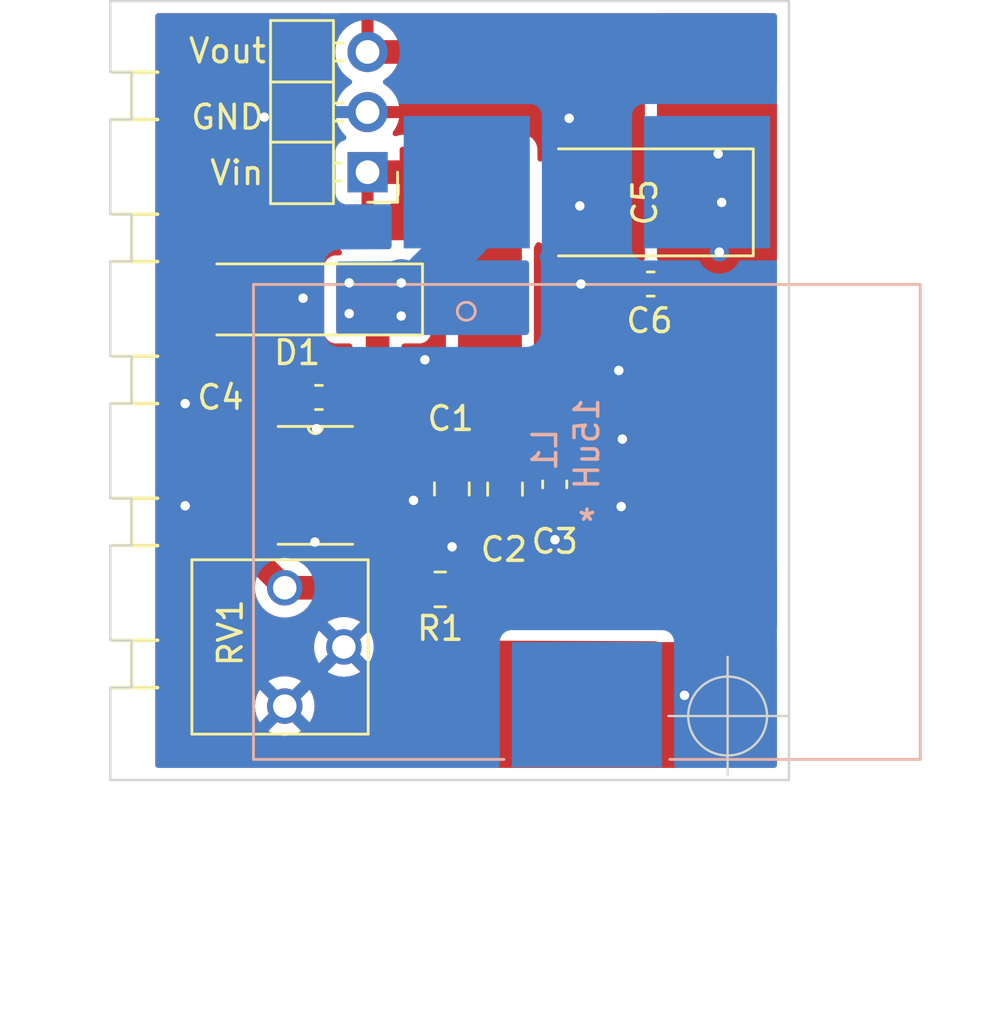
<source format=kicad_pcb>
(kicad_pcb (version 20211014) (generator pcbnew)
  (title_block (title "5V Reg") (date "2022-05-22") (rev "1.2"))
  (layers (0 "F.Cu" signal) (31 "B.Cu" signal) (34 "B.Paste" user) (35 "F.Paste" user) (36 "B.SilkS" user "B.Silkscreen") (37 "F.SilkS" user "F.Silkscreen") (38 "B.Mask" user) (39 "F.Mask" user) (44 "Edge.Cuts" user))
  (net 0 "")
  (net 1 "Boot")
  (net 4 "Vsense")
  (net 6 "GND")
  (net 7 "Vin")
  (net 8 "PH")
  (net 9 "Vout")
  (footprint "Capacitor_Tantalum_SMD:CP_EIA-7343-15_Kemet-W_Pad2.25x2.55mm_HandSolder" (layer "F.Cu") (at 150.5 80.4 180)
    (fp_text reference "C5" (at 0 0 90) (layer "F.SilkS"))
    (fp_text value "330uF" hide)
    (fp_line (start -4.585 -2.26) (end -4.585 2.26) (layer "F.SilkS") (width 0.12))
    (fp_line (start -4.585 2.26) (end 3.65 2.26) (layer "F.SilkS") (width 0.12))
    (fp_line (start 3.65 -2.26) (end -4.585 -2.26) (layer "F.SilkS") (width 0.12))
    (pad "1" smd roundrect (at -3.2 0 180) (size 2.25 2.55) (layers "F.Cu" "F.Paste" "F.Mask") (roundrect_rratio 0.1111111111) (net 9 "Vout"))
    (pad "2" smd roundrect (at 3.2 0 180) (size 2.25 2.55) (layers "F.Cu" "F.Paste" "F.Mask") (roundrect_rratio 0.1111111111) (net 6 "GND"))
  )
  (footprint "Capacitor_SMD:C_0603_1608Metric_Pad1.08x0.95mm_HandSolder" (layer "F.Cu") (at 150.75 83.85 180)
    (fp_text reference "C6" (at 0.05 -1.55) (layer "F.SilkS"))
    (fp_text value ".01uF" hide)
    (fp_line (start -0.146267 0.51) (end 0.146267 0.51) (layer "F.SilkS") (width 0.12))
    (fp_line (start -0.146267 -0.51) (end 0.146267 -0.51) (layer "F.SilkS") (width 0.12))
    (pad "1" smd roundrect (at -0.8625 0 180) (size 1.075 0.95) (layers "F.Cu" "F.Paste" "F.Mask") (net 9 "Vout"))
    (pad "2" smd roundrect (at 0.8625 0 180) (size 1.075 0.95) (layers "F.Cu" "F.Paste" "F.Mask") (net 6 "GND"))
  )
  (footprint "VReg:TPS5450DDAR" (layer "F.Cu") (at 136.56775 92.3545)
    (fp_text reference "U1" hide)
    (fp_text value "TPS5450DDAR" hide)
    (fp_line (start 1.576853 -2.4892) (end -1.576853 -2.4892) (layer "F.SilkS") (width 0.12))
    (fp_line (start -1.576853 2.4892) (end 1.576853 2.4892) (layer "F.SilkS") (width 0.12))
    (fp_arc (start 0.3048 -2.4892) (mid 0 -2.1844) (end -0.3048 -2.4892) (layer "F.SilkS") (width 0.12))
    (pad "1" smd rect (at -2.5654 -1.905) (size 1.778 0.5334) (layers "F.Cu" "F.Paste" "F.Mask") (net 1 "Boot"))
    (pad "2" smd rect (at -2.5654 -0.635) (size 1.778 0.5334) (layers "F.Cu" "F.Paste" "F.Mask"))
    (pad "3" smd rect (at -2.5654 0.635) (size 1.778 0.5334) (layers "F.Cu" "F.Paste" "F.Mask"))
    (pad "4" smd rect (at -2.5654 1.905) (size 1.778 0.5334) (layers "F.Cu" "F.Paste" "F.Mask") (net 4 "Vsense"))
    (pad "5" smd rect (at 2.5654 1.905) (size 1.778 0.5334) (layers "F.Cu" "F.Paste" "F.Mask"))
    (pad "6" smd rect (at 2.5654 0.635) (size 1.778 0.5334) (layers "F.Cu" "F.Paste" "F.Mask") (net 6 "GND"))
    (pad "7" smd rect (at 2.5654 -0.635) (size 1.778 0.5334) (layers "F.Cu" "F.Paste" "F.Mask") (net 7 "Vin"))
    (pad "8" smd rect (at 2.5654 -1.905) (size 1.778 0.5334) (layers "F.Cu" "F.Paste" "F.Mask") (net 8 "PH"))
    (pad "EPAD" smd rect (at 0 0) (size 2.4 3.099999) (layers "F.Cu" "F.Mask") (net 6 "GND"))
  )
  (footprint "Capacitor_SMD:C_0805_2012Metric_Pad1.18x1.45mm_HandSolder" (layer "F.Cu") (at 144.59 92.514 -90)
    (fp_text reference "C2" (at 2.55 0.05 180) (layer "F.SilkS"))
    (fp_text value "4.7uF" hide)
    (fp_line (start -0.261252 0.735) (end 0.261252 0.735) (layer "F.SilkS") (width 0.12))
    (fp_line (start -0.261252 -0.735) (end 0.261252 -0.735) (layer "F.SilkS") (width 0.12))
    (pad "1" smd roundrect (at -1.0375 0 270) (size 1.175 1.45) (layers "F.Cu" "F.Paste" "F.Mask") (roundrect_rratio 0.2127659574) (net 7 "Vin"))
    (pad "2" smd roundrect (at 1.0375 0 270) (size 1.175 1.45) (layers "F.Cu" "F.Paste" "F.Mask") (roundrect_rratio 0.2127659574) (net 6 "GND"))
  )
  (footprint "Resistor_SMD:R_0805_2012Metric_Pad1.20x1.40mm_HandSolder" (layer "F.Cu") (at 141.85 96.75 180)
    (fp_text reference "R1" (at 0 -1.65) (layer "F.SilkS"))
    (fp_text value "10K" hide)
    (fp_line (start -0.227064 -0.735) (end 0.227064 -0.735) (layer "F.SilkS") (width 0.12))
    (fp_line (start -0.227064 0.735) (end 0.227064 0.735) (layer "F.SilkS") (width 0.12))
    (pad "1" smd roundrect (at -1 0 180) (size 1.2 1.4) (layers "F.Cu" "F.Paste" "F.Mask") (roundrect_rratio 0.2083333333) (net 9 "Vout"))
    (pad "2" smd roundrect (at 1 0 180) (size 1.2 1.4) (layers "F.Cu" "F.Paste" "F.Mask") (roundrect_rratio 0.2083333333) (net 4 "Vsense"))
  )
  (footprint "Capacitor_SMD:C_0603_1608Metric_Pad1.08x0.95mm_HandSolder" (layer "F.Cu") (at 136.72 88.64)
    (fp_text reference "C4" (at -4.162 0) (layer "F.SilkS"))
    (fp_text value ".01uF" hide)
    (fp_line (start -0.146267 -0.51) (end 0.146267 -0.51) (layer "F.SilkS") (width 0.12))
    (fp_line (start -0.146267 0.51) (end 0.146267 0.51) (layer "F.SilkS") (width 0.12))
    (pad "1" smd roundrect (at -0.8625 0) (size 1.075 0.95) (layers "F.Cu" "F.Paste" "F.Mask") (net 1 "Boot"))
    (pad "2" smd roundrect (at 0.8625 0) (size 1.075 0.95) (layers "F.Cu" "F.Paste" "F.Mask") (net 8 "PH"))
  )
  (footprint "Diode_SMD:D_MELF_Handsoldering" (layer "F.Cu") (at 135.8 84.5 180)
    (fp_text reference "D1" (at 0 -2.25 180) (layer "F.SilkS"))
    (fp_text value "B540C")
    (fp_line (start -5.3 1.5) (end 3.4 1.5) (layer "F.SilkS") (width 0.12))
    (fp_line (start 3.4 -1.5) (end -5.3 -1.5) (layer "F.SilkS") (width 0.12))
    (fp_line (start -5.3 -1.5) (end -5.3 1.5) (layer "F.SilkS") (width 0.12))
    (pad "1" smd rect (at -3.4 0 180) (size 3.5 2.7) (layers "F.Cu" "F.Paste" "F.Mask") (net 8 "PH"))
    (pad "2" smd rect (at 3.4 0 180) (size 3.5 2.7) (layers "F.Cu" "F.Paste" "F.Mask") (net 6 "GND"))
  )
  (footprint "Potentiometer_Imported:GF063P1" (layer "F.Cu") (at 135.2745 96.681 90)
    (fp_text reference "RV1" (at -1.9 -2.3 90) (layer "F.SilkS"))
    (fp_text value "R_3.16k" hide)
    (fp_line (start 1.183 -3.92518) (end -6.183 -3.92518) (layer "F.SilkS") (width 0.12))
    (fp_line (start -6.183 -3.92518) (end -6.183 3.52718) (layer "F.SilkS") (width 0.12))
    (fp_line (start 1.183 -3.92518) (end 1.183 3.52718) (layer "F.SilkS") (width 0.12))
    (fp_line (start 1.183 3.52718) (end -6.183 3.52718) (layer "F.SilkS") (width 0.12))
    (pad "1" thru_hole circle (at 0 0 90) (size 1.4986 1.4986) (drill 0.9906) (layers *.Cu *.Mask) (net 4 "Vsense"))
    (pad "2" thru_hole circle (at -2.5 2.5 90) (size 1.4986 1.4986) (drill 0.9906) (layers *.Cu *.Mask) (net 6 "GND"))
    (pad "3" thru_hole circle (at -5 0 90) (size 1.4986 1.4986) (drill 0.9906) (layers *.Cu *.Mask) (net 6 "GND"))
  )
  (footprint "Capacitor_SMD:C_0603_1608Metric_Pad1.08x0.95mm_HandSolder" (layer "F.Cu") (at 146.69 92.314 -90)
    (fp_text reference "C3" (at 2.41 0) (layer "F.SilkS"))
    (fp_text value ".01uF" hide)
    (fp_line (start -0.146267 0.51) (end 0.146267 0.51) (layer "F.SilkS") (width 0.12))
    (fp_line (start -0.146267 -0.51) (end 0.146267 -0.51) (layer "F.SilkS") (width 0.12))
    (pad "1" smd roundrect (at -0.8625 0 270) (size 1.075 0.95) (layers "F.Cu" "F.Paste" "F.Mask") (net 7 "Vin"))
    (pad "2" smd roundrect (at 0.8625 0 270) (size 1.075 0.95) (layers "F.Cu" "F.Paste" "F.Mask") (net 6 "GND"))
  )
  (footprint "Custom:PinHeader_1x03_P2.54mm_Horizontal" (layer "F.Cu") (at 138.775 79.125 180)
    (fp_text reference "J1" hide)
    (fp_text value "Conn_01x03" hide)
    (fp_line (start -1.27 -1.27) (end 0 -1.27) (layer "F.SilkS") (width 0.12))
    (fp_line (start 1.44 -1.33) (end 1.44 6.41) (layer "F.SilkS") (width 0.12))
    (fp_line (start 4.1 6.41) (end 4.1 -1.33) (layer "F.SilkS") (width 0.12))
    (fp_line (start 1.042929 2.16) (end 1.44 2.16) (layer "F.SilkS") (width 0.12))
    (fp_line (start 1.042929 4.7) (end 1.44 4.7) (layer "F.SilkS") (width 0.12))
    (fp_line (start 1.11 0.38) (end 1.44 0.38) (layer "F.SilkS") (width 0.12))
    (fp_line (start 1.44 3.81) (end 4.1 3.81) (layer "F.SilkS") (width 0.12))
    (fp_line (start 1.44 6.41) (end 4.1 6.41) (layer "F.SilkS") (width 0.12))
    (fp_line (start -1.27 0) (end -1.27 -1.27) (layer "F.SilkS") (width 0.12))
    (fp_line (start 1.042929 2.92) (end 1.44 2.92) (layer "F.SilkS") (width 0.12))
    (fp_line (start 1.042929 5.46) (end 1.44 5.46) (layer "F.SilkS") (width 0.12))
    (fp_line (start 1.44 1.27) (end 4.1 1.27) (layer "F.SilkS") (width 0.12))
    (fp_line (start 4.1 -1.33) (end 1.44 -1.33) (layer "F.SilkS") (width 0.12))
    (fp_line (start 1.11 -0.38) (end 1.44 -0.38) (layer "F.SilkS") (width 0.12))
    (pad "1" thru_hole rect (at 0 0 180) (size 1.7 1.7) (drill 1) (layers *.Cu *.Mask) (net 7 "Vin"))
    (pad "2" thru_hole oval (at 0 2.54 180) (size 1.7 1.7) (drill 1) (layers *.Cu *.Mask) (net 6 "GND"))
    (pad "3" thru_hole oval (at 0 5.08 180) (size 1.7 1.7) (drill 1) (layers *.Cu *.Mask) (net 9 "Vout"))
  )
  (footprint "Capacitor_SMD:C_0805_2012Metric_Pad1.18x1.45mm_HandSolder" (layer "F.Cu") (at 142.34 92.504 -90)
    (fp_text reference "C1" (at -2.9705 0.05) (layer "F.SilkS"))
    (fp_text value "4.7uF" hide)
    (fp_line (start -0.261252 0.735) (end 0.261252 0.735) (layer "F.SilkS") (width 0.12))
    (fp_line (start -0.261252 -0.735) (end 0.261252 -0.735) (layer "F.SilkS") (width 0.12))
    (pad "1" smd roundrect (at -1.0375 0 270) (size 1.175 1.45) (layers "F.Cu" "F.Paste" "F.Mask") (roundrect_rratio 0.2127659574) (net 7 "Vin"))
    (pad "2" smd roundrect (at 1.0375 0 270) (size 1.175 1.45) (layers "F.Cu" "F.Paste" "F.Mask") (roundrect_rratio 0.2127659574) (net 6 "GND"))
  )
  (footprint "Inductor_Coilcraft:SER2918H-103KL" (layer "B.Cu") (at 148.05 93.9)
    (fp_text reference "L1" (at -1.778 -3.048 90) (layer "B.SilkS") (effects (justify mirror)))
    (fp_text value "15uH" (at 0 -3.302 90) (layer "B.SilkS") (effects (justify mirror)))
    (fp_text user "*" (at 0 0) (layer "B.SilkS") (effects (justify mirror)))
    (fp_line (start 14.097 10.033) (end 3.50774 10.033) (layer "B.SilkS") (width 0.12))
    (fp_line (start -3.50774 10.033) (end -14.097 10.033) (layer "B.SilkS") (width 0.12))
    (fp_line (start -14.097 -10.033) (end 14.097 -10.033) (layer "B.SilkS") (width 0.12))
    (fp_line (start -14.097 10.033) (end -14.097 -10.033) (layer "B.SilkS") (width 0.12))
    (fp_line (start 14.097 -10.033) (end 14.097 10.033) (layer "B.SilkS") (width 0.12))
    (fp_circle (center -5.1 -8.9) (end -4.719 -8.9) (layer "B.SilkS") (width 0.12) (fill none))
    (pad "1" smd rect (at -5.08 -14.351) (size 5.334 5.588) (layers "B.Cu" "B.Paste" "B.Mask") (net 8 "PH"))
    (pad "2" smd rect (at 5.08 -14.351) (size 5.334 5.588) (layers "B.Cu" "B.Paste" "B.Mask") (net 9 "Vout"))
    (pad "3" smd rect (at 0 7.7216) (size 6.35 5.2832) (layers "B.Cu" "B.Paste" "B.Mask"))
  )
  (gr_line (start 128 98.9) (end 129.9 98.9) (layer "F.SilkS") (width 0.15))
  (gr_line (start 128 74.9) (end 129.9 74.9) (layer "F.SilkS") (width 0.15))
  (gr_line (start 128 92.9) (end 129.9 92.9) (layer "F.SilkS") (width 0.15))
  (gr_line (start 129.9 82.9) (end 128 82.9) (layer "F.SilkS") (width 0.15))
  (gr_line (start 129.9 94.9) (end 128 94.9) (layer "F.SilkS") (width 0.15))
  (gr_line (start 129.9 88.9) (end 128 88.9) (layer "F.SilkS") (width 0.15))
  (gr_line (start 129.9 76.9) (end 128 76.9) (layer "F.SilkS") (width 0.15))
  (gr_line (start 128.8 98.9) (end 128.8 100.9) (layer "F.SilkS") (width 0.15))
  (gr_line (start 129.9 100.9) (end 128 100.9) (layer "F.SilkS") (width 0.15))
  (gr_line (start 128 80.9) (end 129.9 80.9) (layer "F.SilkS") (width 0.15))
  (gr_line (start 128.8 86.9) (end 128.8 88.9) (layer "F.SilkS") (width 0.15))
  (gr_line (start 128.8 74.9) (end 128.8 76.9) (layer "F.SilkS") (width 0.15))
  (gr_line (start 128.8 92.9) (end 128.8 94.9) (layer "F.SilkS") (width 0.15))
  (gr_line (start 128.8 80.9) (end 128.8 82.9) (layer "F.SilkS") (width 0.15))
  (gr_line (start 128 86.9) (end 129.9 86.9) (layer "F.SilkS") (width 0.15))
  (gr_line (start 127.9 74.9) (end 127.9 71.9) (layer "Edge.Cuts") (width 0.1))
  (gr_line (start 127.9 92.9) (end 128.8 92.9) (layer "Edge.Cuts") (width 0.1))
  (gr_line (start 128.8 98.9) (end 128.8 100.9) (layer "Edge.Cuts") (width 0.1))
  (gr_line (start 127.9 71.9) (end 156.594 71.9) (layer "Edge.Cuts") (width 0.1))
  (gr_line (start 127.9 86.9) (end 127.9 82.9) (layer "Edge.Cuts") (width 0.1))
  (gr_line (start 128.8 80.9) (end 128.8 82.9) (layer "Edge.Cuts") (width 0.1))
  (gr_line (start 128.8 92.9) (end 128.8 94.9) (layer "Edge.Cuts") (width 0.1))
  (gr_line (start 127.9 98.9) (end 128.8 98.9) (layer "Edge.Cuts") (width 0.1))
  (gr_line (start 156.594 71.9) (end 156.594 104.8) (layer "Edge.Cuts") (width 0.1))
  (gr_line (start 128.8 74.9) (end 128.8 76.9) (layer "Edge.Cuts") (width 0.1))
  (gr_line (start 128.8 86.9) (end 128.8 88.9) (layer "Edge.Cuts") (width 0.1))
  (gr_line (start 127.9 104.8) (end 127.9 100.9) (layer "Edge.Cuts") (width 0.1))
  (gr_line (start 127.9 80.9) (end 128.8 80.9) (layer "Edge.Cuts") (width 0.1))
  (gr_line (start 127.9 92.9) (end 127.9 88.9) (layer "Edge.Cuts") (width 0.1))
  (gr_line (start 128.8 82.9) (end 127.9 82.9) (layer "Edge.Cuts") (width 0.1))
  (gr_line (start 127.9 80.9) (end 127.9 76.9) (layer "Edge.Cuts") (width 0.1))
  (gr_line (start 127.9 74.9) (end 128.8 74.9) (layer "Edge.Cuts") (width 0.1))
  (gr_line (start 128.8 76.9) (end 127.9 76.9) (layer "Edge.Cuts") (width 0.1))
  (gr_line (start 127.9 98.9) (end 127.9 94.9) (layer "Edge.Cuts") (width 0.1))
  (gr_line (start 128.8 88.9) (end 127.9 88.9) (layer "Edge.Cuts") (width 0.1))
  (gr_line (start 156.594 104.8) (end 127.9 104.8) (layer "Edge.Cuts") (width 0.1))
  (gr_line (start 128.8 100.9) (end 127.9 100.9) (layer "Edge.Cuts") (width 0.1))
  (gr_line (start 128.8 94.9) (end 127.9 94.9) (layer "Edge.Cuts") (width 0.1))
  (gr_line (start 127.9 86.9) (end 128.8 86.9) (layer "Edge.Cuts") (width 0.1))
  (gr_text "Vout" (at 132.85 74) (layer "F.SilkS") (effects (font (size 1 1))))
  (gr_text "Vin" (at 133.25 79.15) (layer "F.SilkS") (effects (font (size 1 1))))
  (gr_text "GND" (at 132.85 76.8) (layer "F.SilkS") (effects (font (size 1 1))))
  (target plus (at 154 102.1) (size 5) (width 0.1) (layer "Edge.Cuts"))
  (segment (start 134.00235 89.64765) (end 134.00235 90.4495) (width 1) (layer "F.Cu") (net 1))
  (segment (start 135.8575 88.64) (end 135.01 88.64) (width 1) (layer "F.Cu") (net 1))
  (segment (start 135.01 88.64) (end 134.00235 89.64765) (width 1) (layer "F.Cu") (net 1))
  (segment (start 135.2745 96.681) (end 140.781 96.681) (width 1) (layer "F.Cu") (net 4))
  (segment (start 140.781 96.681) (end 140.85 96.75) (width 0.25) (layer "F.Cu") (net 4))
  (segment (start 134.00235 94.2595) (end 134.00235 95.40885) (width 1) (layer "F.Cu") (net 4))
  (segment (start 134.00235 95.40885) (end 135.2745 96.681) (width 1) (layer "F.Cu") (net 4))
  (segment (start 142.34 93.5415) (end 141.2715 93.5415) (width 0.75) (layer "F.Cu") (net 6))
  (segment (start 146.69 93.1765) (end 144.965 93.1765) (width 0.25) (layer "F.Cu") (net 6))
  (segment (start 139.13365 92.99) (end 139.13315 92.9895) (width 0.25) (layer "F.Cu") (net 6))
  (segment (start 140.72 92.99) (end 139.13365 92.99) (width 0.75) (layer "F.Cu") (net 6))
  (segment (start 141.2715 93.5415) (end 140.72 92.99) (width 0.75) (layer "F.Cu") (net 6))
  (segment (start 142.35 93.5515) (end 142.34 93.5415) (width 0.25) (layer "F.Cu") (net 6))
  (segment (start 144.59 93.5515) (end 142.35 93.5515) (width 0.25) (layer "F.Cu") (net 6))
  (segment (start 144.965 93.1765) (end 144.59 93.5515) (width 0.25) (layer "F.Cu") (net 6))
  (segment (start 144.92 93.5575) (end 144.91 93.5475) (width 0.25) (layer "F.Cu") (net 6))
  (via (at 149.55 90.4) (size 0.8) (drill 0.4) (layers "F.Cu" "B.Cu") (net 6))
  (via (at 141.2 87.05) (size 0.8) (drill 0.4) (layers "F.Cu" "B.Cu") (net 6))
  (via (at 149.4 87.5) (size 0.8) (drill 0.4) (layers "F.Cu" "B.Cu") (net 6))
  (via (at 147.8 83.85) (size 0.8) (drill 0.4) (layers "F.Cu" "B.Cu") (net 6))
  (via (at 131.064 93.218) (size 0.8) (drill 0.4) (layers "F.Cu" "B.Cu") (net 6))
  (via (at 134.41 76.8) (size 0.8) (drill 0.4) (layers "F.Cu" "B.Cu") (net 6))
  (via (at 146.7 94.65) (size 0.8) (drill 0.4) (layers "F.Cu" "B.Cu") (net 6))
  (via (at 152.175 101.225) (size 0.8) (drill 0.4) (layers "F.Cu" "B.Cu") (net 6))
  (via (at 136.62 89.96) (size 0.8) (drill 0.4) (layers "F.Cu" "B.Cu") (net 6))
  (via (at 142.35 94.95) (size 0.8) (drill 0.4) (layers "F.Cu" "B.Cu") (net 6))
  (via (at 147.75 80.55) (size 0.8) (drill 0.4) (layers "F.Cu" "B.Cu") (net 6))
  (via (at 131.064 88.9) (size 0.8) (drill 0.4) (layers "F.Cu" "B.Cu") (net 6))
  (via (at 136.55 94.75) (size 0.8) (drill 0.4) (layers "F.Cu" "B.Cu") (net 6))
  (via (at 140.72 92.99) (size 0.8) (drill 0.4) (layers "F.Cu" "B.Cu") (net 6))
  (via (at 149.5 93.25) (size 0.8) (drill 0.4) (layers "F.Cu" "B.Cu") (net 6))
  (via (at 147.3 76.85) (size 0.8) (drill 0.4) (layers "F.Cu" "B.Cu") (net 6))
  (via (at 136.05 84.45) (size 0.8) (drill 0.4) (layers "F.Cu" "B.Cu") (net 6))
  (segment (start 144.925 91.4575) (end 144.91 91.4725) (width 0.25) (layer "F.Cu") (net 7))
  (segment (start 142.34 91.4665) (end 142.087 91.7195) (width 0.5) (layer "F.Cu") (net 7))
  (segment (start 142.355 91.4515) (end 142.34 91.4665) (width 0.75) (layer "F.Cu") (net 7))
  (segment (start 142.087 91.7195) (end 139.13315 91.7195) (width 0.75) (layer "F.Cu") (net 7))
  (segment (start 146.69 91.4515) (end 142.355 91.4515) (width 1) (layer "F.Cu") (net 7))
  (segment (start 142.505 79.125) (end 138.775 79.125) (width 1) (layer "F.Cu") (net 7))
  (segment (start 144.59 81.21) (end 142.505 79.125) (width 1) (layer "F.Cu") (net 7))
  (segment (start 144.91 91.4725) (end 144.657 91.7255) (width 0.5) (layer "F.Cu") (net 7))
  (segment (start 144.59 91.4765) (end 144.59 81.21) (width 1) (layer "F.Cu") (net 7))
  (segment (start 138.32 87.78) (end 139.2 86.9) (width 1) (layer "F.Cu") (net 8))
  (segment (start 138.745 89.065) (end 139.13315 89.45315) (width 1) (layer "F.Cu") (net 8))
  (segment (start 138.32 88.64) (end 138.745 89.065) (width 1) (layer "F.Cu") (net 8))
  (segment (start 139.2 86.9) (end 139.2 84.5) (width 1) (layer "F.Cu") (net 8))
  (segment (start 139.13315 89.45315) (end 139.13315 90.4495) (width 1) (layer "F.Cu") (net 8))
  (segment (start 138.32 88.64) (end 138.32 87.78) (width 1) (layer "F.Cu") (net 8))
  (segment (start 137.5825 88.64) (end 138.32 88.64) (width 1) (layer "F.Cu") (net 8))
  (via (at 140.2 85.2) (size 0.8) (drill 0.4) (layers "F.Cu" "B.Cu") (net 8))
  (via (at 138 83.8) (size 0.8) (drill 0.4) (layers "F.Cu" "B.Cu") (net 8))
  (via (at 138 85.1) (size 0.8) (drill 0.4) (layers "F.Cu" "B.Cu") (net 8))
  (via (at 140.2 83.8) (size 0.8) (drill 0.4) (layers "F.Cu" "B.Cu") (net 8))
  (segment (start 140.2 84.6) (end 142.97 81.83) (width 2) (layer "B.Cu") (net 8))
  (segment (start 140.2 83.8) (end 140.2 84.6) (width 2) (layer "B.Cu") (net 8))
  (segment (start 142.97 81.83) (end 142.97 79.549) (width 2) (layer "B.Cu") (net 8))
  (segment (start 140.2 84.6) (end 140.2 85.2) (width 0.25) (layer "B.Cu") (net 8))
  (segment (start 153.6 78.35) (end 153.6 74.7) (width 1) (layer "F.Cu") (net 9))
  (segment (start 152.3 83.85) (end 153.65 82.5) (width 0.25) (layer "F.Cu") (net 9))
  (segment (start 142.85 96.75) (end 142.9 96.7) (width 1) (layer "F.Cu") (net 9))
  (segment (start 152.95 96.7) (end 153.6 96.05) (width 1) (layer "F.Cu") (net 9))
  (segment (start 151.6125 83.85) (end 152.3 83.85) (width 0.25) (layer "F.Cu") (net 9))
  (segment (start 153.6 74.7) (end 152.945 74.045) (width 1) (layer "F.Cu") (net 9))
  (segment (start 142.9 96.7) (end 152.95 96.7) (width 1) (layer "F.Cu") (net 9))
  (segment (start 153.6 96.05) (end 153.6 78.35) (width 1) (layer "F.Cu") (net 9))
  (segment (start 152.945 74.045) (end 138.775 74.045) (width 1) (layer "F.Cu") (net 9))
  (via (at 153.75 80.4) (size 0.8) (drill 0.4) (layers "F.Cu" "B.Cu") (net 9))
  (via (at 153.6 78.35) (size 0.8) (drill 0.4) (layers "F.Cu" "B.Cu") (net 9))
  (via (at 153.65 82.5) (size 0.8) (drill 0.4) (layers "F.Cu" "B.Cu") (net 9))
  (zone (net 6) (net_name "GND") (layers F&B.Cu) (name "GND") (connect_pads (clearance 0.508)) (min_thickness 0.254) (fill yes (thermal_gap 0.508) (thermal_bridge_width 0.508))
    (polygon (pts (xy 156.332 104.4) (xy 129.8 104.3) (xy 129.8 72.4) (xy 156.332 72.4)))
  )
  (zone (net 9) (net_name "Vout") (layer "F.Cu") (name "Vout") (priority 2) (connect_pads (clearance 0.508)) (min_thickness 0.254) (fill yes (thermal_gap 0.508) (thermal_bridge_width 0.508))
    (polygon (pts (xy 156.3 98.45) (xy 142.05 98.4) (xy 142.05 95.8) (xy 156.3 95.75)))
  )
  (zone (net 7) (net_name "Vin") (layer "F.Cu") (name "Vin") (priority 2) (connect_pads (clearance 0.508)) (min_thickness 0.254) (fill yes (thermal_gap 0.508) (thermal_bridge_width 0.508))
    (polygon (pts (xy 145.3 87) (xy 147.7 87) (xy 147.7 92.2) (xy 140.8 92.2) (xy 140.8 88.5) (xy 142.6 88.5) (xy 142.6 78) (xy 145.3 78)))
  )
  (zone (net 9) (net_name "Vout") (layer "F.Cu") (name "Vout") (priority 2) (connect_pads (clearance 0.508)) (min_thickness 0.254) (fill yes (thermal_gap 0.508) (thermal_bridge_width 0.508))
    (polygon (pts (xy 156.3 98.468) (xy 151.012 98.468) (xy 151.012 72.11) (xy 156.3 72.11)))
  )
  (zone (net 9) (net_name "Vout") (layer "F.Cu") (name "Vout") (priority 2) (connect_pads (clearance 0.508)) (min_thickness 0.254) (fill yes (thermal_gap 0.508) (thermal_bridge_width 0.508))
    (polygon (pts (xy 156.18 75.438) (xy 137.424 75.438) (xy 137.424 72.09) (xy 156.18 72.09)))
  )
  (zone (net 7) (net_name "Vin") (layer "F.Cu") (name "Vin") (priority 2) (connect_pads (clearance 0.508)) (min_thickness 0.254) (fill yes (thermal_gap 0.508) (thermal_bridge_width 0.508))
    (polygon (pts (xy 145.45 82) (xy 137.85 82) (xy 137.85 78.05) (xy 145.45 78.05)))
  )
  (zone (net 8) (net_name "PH") (layer "B.Cu") (name "PH") (priority 1) (connect_pads (clearance 0.508)) (min_thickness 0.254) (fill yes (thermal_gap 0.508) (thermal_bridge_width 0.508))
    (polygon (pts (xy 145.6 86) (xy 137.45 86) (xy 137.45 82.9) (xy 145.6 82.85)))
  )
  (zone (net 8) (net_name "PH") (layer "B.Cu") (name "PH") (priority 1) (connect_pads (clearance 0.508)) (min_thickness 0.254) (fill yes (thermal_gap 0.508) (thermal_bridge_width 0.508))
    (polygon (pts (xy 145.6 86) (xy 140.3 86) (xy 140.3 76.55) (xy 145.6 76.55)))
  )
)
</source>
